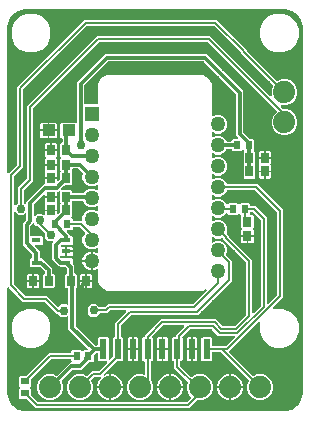
<source format=gbr>
G04 EAGLE Gerber RS-274X export*
G75*
%MOMM*%
%FSLAX34Y34*%
%LPD*%
%INTop Copper*%
%IPPOS*%
%AMOC8*
5,1,8,0,0,1.08239X$1,22.5*%
G01*
G04 Define Apertures*
%ADD10R,1.100000X1.000000*%
%ADD11R,0.700000X0.900000*%
%ADD12C,1.879600*%
%ADD13R,0.600000X0.700000*%
%ADD14R,1.270000X1.270000*%
%ADD15C,1.270000*%
%ADD16R,0.800100X0.457200*%
%ADD17R,0.600000X1.700000*%
%ADD18R,1.000000X2.800000*%
%ADD19R,0.740000X0.925000*%
%ADD20R,0.700000X0.600000*%
%ADD21C,0.304800*%
%ADD22C,0.756400*%
%ADD23C,0.203200*%
%ADD24C,0.200000*%
G36*
X110149Y-194985D02*
X110000Y-195000D01*
X-110000Y-195000D01*
X-110149Y-194985D01*
X-115597Y-193902D01*
X-115872Y-193788D01*
X-120491Y-190701D01*
X-120701Y-190491D01*
X-123788Y-185872D01*
X-123902Y-185597D01*
X-124985Y-180149D01*
X-125000Y-180000D01*
X-125000Y-91027D01*
X-124953Y-90764D01*
X-124794Y-90505D01*
X-124546Y-90330D01*
X-124250Y-90265D01*
X-123952Y-90321D01*
X-123699Y-90488D01*
X-111671Y-102516D01*
X-93902Y-102516D01*
X-93616Y-102572D01*
X-93363Y-102739D01*
X-83562Y-112540D01*
X-82407Y-112540D01*
X-82121Y-112596D01*
X-81869Y-112763D01*
X-79326Y-115306D01*
X-74930Y-115306D01*
X-74647Y-115023D01*
X-74427Y-114870D01*
X-74132Y-114800D01*
X-73833Y-114851D01*
X-73578Y-115014D01*
X-73406Y-115264D01*
X-73346Y-115561D01*
X-73346Y-125681D01*
X-56852Y-142175D01*
X-56699Y-142395D01*
X-56629Y-142690D01*
X-56680Y-142989D01*
X-56843Y-143244D01*
X-57093Y-143416D01*
X-57391Y-143476D01*
X-60005Y-143476D01*
X-60835Y-144306D01*
X-61066Y-144464D01*
X-61362Y-144529D01*
X-61660Y-144473D01*
X-61913Y-144306D01*
X-62743Y-143476D01*
X-70005Y-143476D01*
X-70898Y-144369D01*
X-70898Y-145214D01*
X-70949Y-145489D01*
X-71113Y-145744D01*
X-71363Y-145916D01*
X-71660Y-145976D01*
X-89545Y-145976D01*
X-108822Y-165253D01*
X-109064Y-165416D01*
X-109361Y-165476D01*
X-114131Y-165476D01*
X-115024Y-166369D01*
X-115024Y-173631D01*
X-114194Y-174461D01*
X-114036Y-174692D01*
X-113971Y-174988D01*
X-114027Y-175286D01*
X-114194Y-175539D01*
X-115024Y-176369D01*
X-115024Y-183631D01*
X-114131Y-184524D01*
X-109103Y-184524D01*
X-108817Y-184580D01*
X-108564Y-184747D01*
X-100625Y-192687D01*
X-57215Y-192687D01*
X-57152Y-192674D01*
X28832Y-192674D01*
X35360Y-186145D01*
X35602Y-185982D01*
X35899Y-185922D01*
X40273Y-185922D01*
X44287Y-184259D01*
X47359Y-181187D01*
X49022Y-177173D01*
X49022Y-172827D01*
X47359Y-168813D01*
X44287Y-165741D01*
X40273Y-164078D01*
X35927Y-164078D01*
X31913Y-165741D01*
X31701Y-165953D01*
X31470Y-166111D01*
X31174Y-166177D01*
X30876Y-166121D01*
X30623Y-165953D01*
X21497Y-156828D01*
X21334Y-156586D01*
X21274Y-156289D01*
X21274Y-153442D01*
X21325Y-153167D01*
X21489Y-152912D01*
X21739Y-152740D01*
X22036Y-152680D01*
X22381Y-152680D01*
X23274Y-151787D01*
X23274Y-133525D01*
X23149Y-133400D01*
X22991Y-133170D01*
X22926Y-132873D01*
X22982Y-132575D01*
X23149Y-132322D01*
X29325Y-126147D01*
X29566Y-125984D01*
X29863Y-125924D01*
X47580Y-125924D01*
X47866Y-125980D01*
X48118Y-126147D01*
X53699Y-131728D01*
X66806Y-131728D01*
X67069Y-131775D01*
X67327Y-131934D01*
X67503Y-132182D01*
X67568Y-132478D01*
X67512Y-132776D01*
X67345Y-133029D01*
X60465Y-139909D01*
X60223Y-140072D01*
X59926Y-140132D01*
X49036Y-140132D01*
X48761Y-140081D01*
X48506Y-139917D01*
X48334Y-139667D01*
X48274Y-139370D01*
X48274Y-133525D01*
X47381Y-132632D01*
X40119Y-132632D01*
X39226Y-133525D01*
X39226Y-151787D01*
X40119Y-152680D01*
X47381Y-152680D01*
X48274Y-151787D01*
X48274Y-145942D01*
X48325Y-145667D01*
X48489Y-145412D01*
X48739Y-145240D01*
X49036Y-145180D01*
X55195Y-145180D01*
X55481Y-145236D01*
X55734Y-145403D01*
X79135Y-168805D01*
X79296Y-169041D01*
X79358Y-169337D01*
X79300Y-169635D01*
X77978Y-172827D01*
X77978Y-177173D01*
X79641Y-181187D01*
X82713Y-184259D01*
X86727Y-185922D01*
X91073Y-185922D01*
X95087Y-184259D01*
X98159Y-181187D01*
X99822Y-177173D01*
X99822Y-172827D01*
X98159Y-168813D01*
X95087Y-165741D01*
X91073Y-164078D01*
X86727Y-164078D01*
X83535Y-165400D01*
X83256Y-165458D01*
X82957Y-165403D01*
X82705Y-165235D01*
X63030Y-145560D01*
X62872Y-145330D01*
X62807Y-145034D01*
X62862Y-144736D01*
X63030Y-144483D01*
X87704Y-119808D01*
X87918Y-119658D01*
X88213Y-119586D01*
X88512Y-119634D01*
X88769Y-119796D01*
X88942Y-120044D01*
X89005Y-120341D01*
X88947Y-120639D01*
X88500Y-121718D01*
X88500Y-128282D01*
X91012Y-134347D01*
X95654Y-138988D01*
X101718Y-141500D01*
X108282Y-141500D01*
X114347Y-138988D01*
X118988Y-134347D01*
X121500Y-128282D01*
X121500Y-121718D01*
X118988Y-115654D01*
X114347Y-111012D01*
X108282Y-108500D01*
X101718Y-108500D01*
X100639Y-108947D01*
X100383Y-109004D01*
X100084Y-108958D01*
X99826Y-108799D01*
X99650Y-108551D01*
X99585Y-108255D01*
X99641Y-107957D01*
X99808Y-107704D01*
X108592Y-98920D01*
X108592Y-24848D01*
X86868Y-3124D01*
X61326Y-3124D01*
X61046Y-3071D01*
X60792Y-2905D01*
X60622Y-2654D01*
X60015Y-1188D01*
X57800Y1027D01*
X54906Y2226D01*
X51774Y2226D01*
X48980Y1069D01*
X48712Y1011D01*
X48413Y1062D01*
X48158Y1225D01*
X47986Y1475D01*
X47926Y1773D01*
X47926Y4731D01*
X47975Y5000D01*
X48136Y5257D01*
X48385Y5431D01*
X48682Y5493D01*
X48980Y5435D01*
X51774Y4278D01*
X54906Y4278D01*
X57800Y5477D01*
X60015Y7692D01*
X61214Y10586D01*
X61214Y13718D01*
X60015Y16612D01*
X57800Y18827D01*
X54906Y20026D01*
X51774Y20026D01*
X48980Y18869D01*
X48712Y18811D01*
X48413Y18862D01*
X48158Y19025D01*
X47986Y19275D01*
X47926Y19573D01*
X47926Y22531D01*
X47975Y22800D01*
X48136Y23057D01*
X48385Y23231D01*
X48682Y23293D01*
X48980Y23235D01*
X51774Y22078D01*
X54906Y22078D01*
X57800Y23277D01*
X60015Y25492D01*
X60405Y26434D01*
X60562Y26672D01*
X60812Y26844D01*
X61109Y26904D01*
X64184Y26904D01*
X64459Y26853D01*
X64714Y26689D01*
X64886Y26439D01*
X64927Y26233D01*
X65839Y25322D01*
X73101Y25322D01*
X73931Y26152D01*
X74162Y26310D01*
X74458Y26375D01*
X74756Y26319D01*
X75009Y26152D01*
X75276Y25885D01*
X75434Y25654D01*
X75499Y25358D01*
X75443Y25060D01*
X75276Y24807D01*
X74922Y24453D01*
X74922Y14191D01*
X75035Y14078D01*
X75193Y13847D01*
X75258Y13551D01*
X75202Y13253D01*
X75035Y13000D01*
X74946Y12911D01*
X74946Y2649D01*
X75839Y1756D01*
X84101Y1756D01*
X84994Y2649D01*
X84994Y12911D01*
X84881Y13024D01*
X84723Y13255D01*
X84658Y13551D01*
X84714Y13849D01*
X84881Y14102D01*
X84970Y14191D01*
X84970Y24453D01*
X84140Y25283D01*
X83982Y25514D01*
X83917Y25810D01*
X83973Y26108D01*
X83994Y26140D01*
X83994Y34477D01*
X83101Y35370D01*
X80625Y35370D01*
X80339Y35426D01*
X80086Y35593D01*
X75027Y40652D01*
X74864Y40894D01*
X74804Y41191D01*
X74804Y75874D01*
X43630Y107048D01*
X-42263Y107048D01*
X-66040Y83271D01*
X-66040Y49846D01*
X-66091Y49571D01*
X-66255Y49316D01*
X-66505Y49144D01*
X-66802Y49084D01*
X-79261Y49084D01*
X-80154Y48191D01*
X-80154Y36929D01*
X-79261Y36036D01*
X-78940Y36036D01*
X-78665Y35985D01*
X-78410Y35821D01*
X-78238Y35571D01*
X-78178Y35274D01*
X-78178Y32836D01*
X-78229Y32561D01*
X-78393Y32306D01*
X-78643Y32134D01*
X-78940Y32074D01*
X-79261Y32074D01*
X-80154Y31181D01*
X-80154Y20919D01*
X-79474Y20239D01*
X-79316Y20008D01*
X-79251Y19712D01*
X-79307Y19414D01*
X-79474Y19161D01*
X-80154Y18481D01*
X-80154Y8219D01*
X-80109Y8174D01*
X-79951Y7943D01*
X-79886Y7647D01*
X-79942Y7349D01*
X-80109Y7096D01*
X-80154Y7051D01*
X-80154Y1522D01*
X-80210Y1236D01*
X-80377Y983D01*
X-81829Y-469D01*
X-82049Y-622D01*
X-82344Y-691D01*
X-82643Y-641D01*
X-82898Y-477D01*
X-83070Y-227D01*
X-83130Y70D01*
X-83130Y1158D01*
X-93130Y1158D01*
X-93130Y-2422D01*
X-93181Y-2697D01*
X-93345Y-2952D01*
X-93595Y-3124D01*
X-93892Y-3184D01*
X-94155Y-3184D01*
X-108878Y-17907D01*
X-108878Y-19097D01*
X-108925Y-19360D01*
X-109084Y-19618D01*
X-109332Y-19794D01*
X-109628Y-19859D01*
X-109926Y-19803D01*
X-110179Y-19636D01*
X-110540Y-19275D01*
X-110703Y-19033D01*
X-110763Y-18736D01*
X-110763Y-8330D01*
X-110707Y-8044D01*
X-110540Y-7791D01*
X-103630Y-881D01*
X-103630Y60632D01*
X-103574Y60918D01*
X-103407Y61171D01*
X-47511Y117067D01*
X-47269Y117230D01*
X-46972Y117290D01*
X44488Y117290D01*
X44774Y117234D01*
X45026Y117067D01*
X102902Y59192D01*
X103060Y58961D01*
X103125Y58665D01*
X103069Y58367D01*
X102902Y58114D01*
X100343Y55555D01*
X98680Y51541D01*
X98680Y47195D01*
X100343Y43181D01*
X103415Y40109D01*
X107429Y38446D01*
X111775Y38446D01*
X115789Y40109D01*
X118861Y43181D01*
X120524Y47195D01*
X120524Y51541D01*
X118861Y55555D01*
X115789Y58627D01*
X111775Y60290D01*
X109303Y60290D01*
X109017Y60346D01*
X108764Y60513D01*
X106727Y62550D01*
X106577Y62764D01*
X106505Y63058D01*
X106553Y63358D01*
X106715Y63614D01*
X106963Y63788D01*
X107260Y63851D01*
X107285Y63846D01*
X111775Y63846D01*
X115789Y65509D01*
X118861Y68581D01*
X120524Y72595D01*
X120524Y76941D01*
X118861Y80955D01*
X115789Y84027D01*
X111775Y85690D01*
X107429Y85690D01*
X104253Y84374D01*
X103974Y84316D01*
X103675Y84372D01*
X103423Y84539D01*
X78265Y109697D01*
X78103Y109938D01*
X78042Y110235D01*
X78042Y110553D01*
X52226Y136370D01*
X-59881Y136370D01*
X-116928Y79323D01*
X-116928Y13639D01*
X-116984Y13353D01*
X-117151Y13100D01*
X-123699Y6552D01*
X-123919Y6399D01*
X-124214Y6329D01*
X-124513Y6380D01*
X-124768Y6544D01*
X-124940Y6794D01*
X-125000Y7091D01*
X-125000Y130000D01*
X-124985Y130149D01*
X-123902Y135597D01*
X-123788Y135872D01*
X-120701Y140491D01*
X-120491Y140701D01*
X-115872Y143788D01*
X-115597Y143902D01*
X-110149Y144985D01*
X-110000Y145000D01*
X110000Y145000D01*
X110149Y144985D01*
X115597Y143902D01*
X115872Y143788D01*
X120491Y140701D01*
X120701Y140491D01*
X123788Y135872D01*
X123902Y135597D01*
X124985Y130149D01*
X125000Y130000D01*
X125000Y-180000D01*
X124985Y-180149D01*
X123902Y-185597D01*
X123788Y-185872D01*
X120701Y-190491D01*
X120491Y-190701D01*
X115872Y-193788D01*
X115597Y-193902D01*
X110149Y-194985D01*
G37*
%LPC*%
G36*
X101718Y108500D02*
X108282Y108500D01*
X114347Y111012D01*
X118988Y115654D01*
X121500Y121718D01*
X121500Y128282D01*
X118988Y134347D01*
X114347Y138988D01*
X108282Y141500D01*
X101718Y141500D01*
X95654Y138988D01*
X91012Y134347D01*
X88500Y128282D01*
X88500Y121718D01*
X91012Y115654D01*
X95654Y111012D01*
X101718Y108500D01*
G37*
G36*
X-108282Y108500D02*
X-101718Y108500D01*
X-95654Y111012D01*
X-91012Y115654D01*
X-88500Y121718D01*
X-88500Y128282D01*
X-91012Y134347D01*
X-95654Y138988D01*
X-101718Y141500D01*
X-108282Y141500D01*
X-114347Y138988D01*
X-118988Y134347D01*
X-121500Y128282D01*
X-121500Y121718D01*
X-118988Y115654D01*
X-114347Y111012D01*
X-108282Y108500D01*
G37*
G36*
X-89368Y43322D02*
X-83130Y43322D01*
X-83130Y48181D01*
X-84009Y49060D01*
X-89368Y49060D01*
X-89368Y43322D01*
G37*
G36*
X-97130Y43322D02*
X-90892Y43322D01*
X-90892Y49060D01*
X-96251Y49060D01*
X-97130Y48181D01*
X-97130Y43322D01*
G37*
G36*
X-96251Y36060D02*
X-90892Y36060D01*
X-90892Y41798D01*
X-97130Y41798D01*
X-97130Y36939D01*
X-96251Y36060D01*
G37*
G36*
X-89368Y36060D02*
X-84009Y36060D01*
X-83130Y36939D01*
X-83130Y41798D01*
X-89368Y41798D01*
X-89368Y36060D01*
G37*
G36*
X-93130Y26812D02*
X-88892Y26812D01*
X-88892Y32050D01*
X-92251Y32050D01*
X-93130Y31171D01*
X-93130Y26812D01*
G37*
G36*
X-87368Y26812D02*
X-83130Y26812D01*
X-83130Y31171D01*
X-84009Y32050D01*
X-87368Y32050D01*
X-87368Y26812D01*
G37*
G36*
X87946Y20084D02*
X92184Y20084D01*
X92184Y25322D01*
X88825Y25322D01*
X87946Y24443D01*
X87946Y20084D01*
G37*
G36*
X93708Y20084D02*
X97946Y20084D01*
X97946Y24443D01*
X97067Y25322D01*
X93708Y25322D01*
X93708Y20084D01*
G37*
G36*
X-93130Y14112D02*
X-83130Y14112D01*
X-83130Y18471D01*
X-83820Y19161D01*
X-83978Y19392D01*
X-84043Y19688D01*
X-83987Y19986D01*
X-83820Y20239D01*
X-83130Y20929D01*
X-83130Y25288D01*
X-93130Y25288D01*
X-93130Y20929D01*
X-92440Y20239D01*
X-92282Y20008D01*
X-92217Y19712D01*
X-92273Y19414D01*
X-92440Y19161D01*
X-93130Y18471D01*
X-93130Y14112D01*
G37*
G36*
X87970Y8542D02*
X97970Y8542D01*
X97970Y12901D01*
X97847Y13024D01*
X97689Y13255D01*
X97624Y13551D01*
X97680Y13849D01*
X97847Y14102D01*
X97946Y14201D01*
X97946Y18560D01*
X87946Y18560D01*
X87946Y14201D01*
X88069Y14078D01*
X88227Y13847D01*
X88292Y13551D01*
X88236Y13253D01*
X88069Y13000D01*
X87970Y12901D01*
X87970Y8542D01*
G37*
G36*
X-93130Y2682D02*
X-83130Y2682D01*
X-83130Y7041D01*
X-83185Y7096D01*
X-83343Y7327D01*
X-83408Y7623D01*
X-83352Y7921D01*
X-83185Y8174D01*
X-83130Y8229D01*
X-83130Y12588D01*
X-93130Y12588D01*
X-93130Y8229D01*
X-93075Y8174D01*
X-92917Y7943D01*
X-92852Y7647D01*
X-92908Y7349D01*
X-93075Y7096D01*
X-93130Y7041D01*
X-93130Y2682D01*
G37*
G36*
X88849Y1780D02*
X92208Y1780D01*
X92208Y7018D01*
X87970Y7018D01*
X87970Y2659D01*
X88849Y1780D01*
G37*
G36*
X93732Y1780D02*
X97091Y1780D01*
X97970Y2659D01*
X97970Y7018D01*
X93732Y7018D01*
X93732Y1780D01*
G37*
G36*
X-108282Y-141500D02*
X-101718Y-141500D01*
X-95654Y-138988D01*
X-91012Y-134347D01*
X-88500Y-128282D01*
X-88500Y-121718D01*
X-91012Y-115654D01*
X-95654Y-111012D01*
X-101718Y-108500D01*
X-108282Y-108500D01*
X-114347Y-111012D01*
X-118988Y-115654D01*
X-121500Y-121718D01*
X-121500Y-128282D01*
X-118988Y-134347D01*
X-114347Y-138988D01*
X-108282Y-141500D01*
G37*
G36*
X32012Y-141894D02*
X35750Y-141894D01*
X35750Y-133535D01*
X34871Y-132656D01*
X32012Y-132656D01*
X32012Y-141894D01*
G37*
G36*
X26750Y-141894D02*
X30488Y-141894D01*
X30488Y-132656D01*
X27629Y-132656D01*
X26750Y-133535D01*
X26750Y-141894D01*
G37*
G36*
X27629Y-152656D02*
X30488Y-152656D01*
X30488Y-143418D01*
X26750Y-143418D01*
X26750Y-151777D01*
X27629Y-152656D01*
G37*
G36*
X32012Y-152656D02*
X34871Y-152656D01*
X35750Y-151777D01*
X35750Y-143418D01*
X32012Y-143418D01*
X32012Y-152656D01*
G37*
G36*
X52602Y-174238D02*
X62738Y-174238D01*
X62738Y-164102D01*
X61332Y-164102D01*
X57327Y-165761D01*
X54261Y-168827D01*
X52602Y-172832D01*
X52602Y-174238D01*
G37*
G36*
X64262Y-174238D02*
X74398Y-174238D01*
X74398Y-172832D01*
X72739Y-168827D01*
X69673Y-165761D01*
X65668Y-164102D01*
X64262Y-164102D01*
X64262Y-174238D01*
G37*
G36*
X64262Y-185898D02*
X65668Y-185898D01*
X69673Y-184239D01*
X72739Y-181173D01*
X74398Y-177168D01*
X74398Y-175762D01*
X64262Y-175762D01*
X64262Y-185898D01*
G37*
G36*
X61332Y-185898D02*
X62738Y-185898D01*
X62738Y-175762D01*
X52602Y-175762D01*
X52602Y-177168D01*
X54261Y-181173D01*
X57327Y-184239D01*
X61332Y-185898D01*
G37*
%LPD*%
G36*
X-118209Y-20774D02*
X-118504Y-20844D01*
X-118803Y-20793D01*
X-119058Y-20630D01*
X-119230Y-20380D01*
X-119290Y-20082D01*
X-119290Y3461D01*
X-119234Y3747D01*
X-119067Y4000D01*
X-111848Y11219D01*
X-111848Y76903D01*
X-111792Y77189D01*
X-111625Y77442D01*
X-58000Y131067D01*
X-57759Y131230D01*
X-57461Y131290D01*
X49806Y131290D01*
X50092Y131234D01*
X50345Y131067D01*
X72739Y108672D01*
X72902Y108431D01*
X72962Y108134D01*
X72962Y107816D01*
X99831Y80947D01*
X99991Y80711D01*
X100054Y80415D01*
X99996Y80117D01*
X98680Y76941D01*
X98680Y72486D01*
X98684Y72469D01*
X98638Y72169D01*
X98479Y71911D01*
X98231Y71735D01*
X97935Y71670D01*
X97637Y71726D01*
X97384Y71893D01*
X46907Y122370D01*
X-49392Y122370D01*
X-51103Y120659D01*
X-108710Y63052D01*
X-108710Y1539D01*
X-108766Y1253D01*
X-108933Y1000D01*
X-115843Y-5910D01*
X-115843Y-18160D01*
X-115899Y-18445D01*
X-116066Y-18698D01*
X-117989Y-20621D01*
X-118209Y-20774D01*
G37*
G36*
X64481Y33060D02*
X64184Y33000D01*
X61109Y33000D01*
X60829Y33053D01*
X60575Y33219D01*
X60405Y33470D01*
X60015Y34412D01*
X57800Y36627D01*
X54906Y37826D01*
X51774Y37826D01*
X48980Y36669D01*
X48712Y36611D01*
X48413Y36662D01*
X48158Y36825D01*
X47986Y37075D01*
X47926Y37373D01*
X47926Y40331D01*
X47975Y40600D01*
X48136Y40857D01*
X48385Y41031D01*
X48682Y41093D01*
X48980Y41035D01*
X51774Y39878D01*
X54906Y39878D01*
X57800Y41077D01*
X60015Y43292D01*
X61214Y46186D01*
X61214Y49318D01*
X60015Y52212D01*
X57800Y54427D01*
X54906Y55626D01*
X51774Y55626D01*
X48980Y54469D01*
X48712Y54411D01*
X48413Y54462D01*
X48158Y54625D01*
X47986Y54875D01*
X47926Y55173D01*
X47926Y82203D01*
X45225Y86881D01*
X40547Y89582D01*
X-40801Y89582D01*
X-45479Y86881D01*
X-48180Y82203D01*
X-48180Y65278D01*
X-48231Y65003D01*
X-48395Y64748D01*
X-48645Y64576D01*
X-48942Y64516D01*
X-59182Y64516D01*
X-59457Y64567D01*
X-59712Y64731D01*
X-59884Y64981D01*
X-59944Y65278D01*
X-59944Y80430D01*
X-59888Y80716D01*
X-59721Y80969D01*
X-39961Y100729D01*
X-39719Y100892D01*
X-39422Y100952D01*
X40789Y100952D01*
X41075Y100896D01*
X41328Y100729D01*
X68485Y73572D01*
X68648Y73330D01*
X68708Y73033D01*
X68708Y38350D01*
X70387Y36671D01*
X70540Y36451D01*
X70610Y36156D01*
X70559Y35857D01*
X70396Y35602D01*
X70146Y35430D01*
X69849Y35370D01*
X65839Y35370D01*
X64946Y34477D01*
X64946Y33762D01*
X64895Y33487D01*
X64731Y33232D01*
X64481Y33060D01*
G37*
G36*
X-60744Y-10672D02*
X-61041Y-10732D01*
X-69344Y-10732D01*
X-69619Y-10681D01*
X-69874Y-10517D01*
X-70046Y-10267D01*
X-70106Y-9970D01*
X-70106Y-8649D01*
X-70999Y-7756D01*
X-78656Y-7756D01*
X-78919Y-7709D01*
X-79177Y-7550D01*
X-79353Y-7302D01*
X-79418Y-7006D01*
X-79362Y-6708D01*
X-79195Y-6455D01*
X-77067Y-4327D01*
X-76825Y-4164D01*
X-76528Y-4104D01*
X-70999Y-4104D01*
X-70106Y-3211D01*
X-70106Y7051D01*
X-70151Y7096D01*
X-70309Y7327D01*
X-70374Y7623D01*
X-70318Y7921D01*
X-70151Y8174D01*
X-70106Y8219D01*
X-70106Y9540D01*
X-70055Y9815D01*
X-69891Y10070D01*
X-69641Y10242D01*
X-69344Y10302D01*
X-65280Y10302D01*
X-64994Y10246D01*
X-64741Y10079D01*
X-61243Y6581D01*
X-61083Y6345D01*
X-61020Y6048D01*
X-61078Y5750D01*
X-61468Y4808D01*
X-61468Y1676D01*
X-60269Y-1218D01*
X-58054Y-3433D01*
X-55160Y-4632D01*
X-52028Y-4632D01*
X-49234Y-3475D01*
X-48966Y-3417D01*
X-48667Y-3468D01*
X-48412Y-3631D01*
X-48240Y-3881D01*
X-48180Y-4179D01*
X-48180Y-7137D01*
X-48229Y-7406D01*
X-48390Y-7663D01*
X-48639Y-7837D01*
X-48936Y-7899D01*
X-49234Y-7841D01*
X-52028Y-6684D01*
X-55160Y-6684D01*
X-58054Y-7883D01*
X-60269Y-10098D01*
X-60337Y-10262D01*
X-60494Y-10500D01*
X-60744Y-10672D01*
G37*
G36*
X95814Y-104493D02*
X95519Y-104563D01*
X95220Y-104512D01*
X94965Y-104349D01*
X94793Y-104098D01*
X94733Y-103801D01*
X94733Y-31163D01*
X85223Y-21653D01*
X81307Y-21653D01*
X81033Y-21602D01*
X80777Y-21439D01*
X80606Y-21188D01*
X80545Y-20891D01*
X80545Y-20046D01*
X79653Y-19153D01*
X72390Y-19153D01*
X71560Y-19983D01*
X71330Y-20141D01*
X71033Y-20206D01*
X70735Y-20151D01*
X70483Y-19983D01*
X69653Y-19153D01*
X62390Y-19153D01*
X61566Y-19978D01*
X61341Y-20133D01*
X61045Y-20201D01*
X60747Y-20147D01*
X60492Y-19982D01*
X60323Y-19730D01*
X60015Y-18988D01*
X57800Y-16773D01*
X54906Y-15574D01*
X51774Y-15574D01*
X48980Y-16731D01*
X48712Y-16789D01*
X48413Y-16738D01*
X48158Y-16575D01*
X47986Y-16325D01*
X47926Y-16027D01*
X47926Y-13069D01*
X47975Y-12800D01*
X48136Y-12543D01*
X48385Y-12369D01*
X48682Y-12307D01*
X48980Y-12365D01*
X51774Y-13522D01*
X54906Y-13522D01*
X57800Y-12323D01*
X60015Y-10108D01*
X60622Y-8642D01*
X60779Y-8404D01*
X61029Y-8232D01*
X61326Y-8172D01*
X84462Y-8172D01*
X84748Y-8228D01*
X85001Y-8395D01*
X103321Y-26715D01*
X103484Y-26957D01*
X103544Y-27254D01*
X103544Y-96514D01*
X103488Y-96800D01*
X103321Y-97053D01*
X96034Y-104340D01*
X95814Y-104493D01*
G37*
G36*
X-101701Y-30130D02*
X-101996Y-30200D01*
X-102295Y-30149D01*
X-102550Y-29986D01*
X-102722Y-29736D01*
X-102782Y-29439D01*
X-102782Y-20748D01*
X-102726Y-20462D01*
X-102559Y-20209D01*
X-94431Y-12081D01*
X-94211Y-11928D01*
X-93916Y-11858D01*
X-93617Y-11909D01*
X-93362Y-12072D01*
X-93190Y-12322D01*
X-93130Y-12620D01*
X-93130Y-13018D01*
X-83130Y-13018D01*
X-83130Y-10042D01*
X-83079Y-9767D01*
X-82915Y-9512D01*
X-82665Y-9340D01*
X-82368Y-9280D01*
X-82019Y-9280D01*
X-81455Y-8715D01*
X-81235Y-8562D01*
X-80940Y-8493D01*
X-80641Y-8543D01*
X-80386Y-8707D01*
X-80214Y-8957D01*
X-80154Y-9254D01*
X-80154Y-18911D01*
X-80109Y-18956D01*
X-79951Y-19187D01*
X-79886Y-19483D01*
X-79942Y-19781D01*
X-80109Y-20034D01*
X-80154Y-20079D01*
X-80154Y-26270D01*
X-80210Y-26556D01*
X-80377Y-26809D01*
X-81829Y-28261D01*
X-82049Y-28414D01*
X-82344Y-28483D01*
X-82643Y-28433D01*
X-82898Y-28269D01*
X-83070Y-28019D01*
X-83130Y-27722D01*
X-83130Y-25972D01*
X-93130Y-25972D01*
X-93130Y-28588D01*
X-93177Y-28851D01*
X-93336Y-29109D01*
X-93584Y-29285D01*
X-93880Y-29350D01*
X-94178Y-29294D01*
X-94431Y-29127D01*
X-95333Y-28225D01*
X-99729Y-28225D01*
X-101481Y-29977D01*
X-101701Y-30130D01*
G37*
%LPC*%
G36*
X-93130Y-24448D02*
X-83130Y-24448D01*
X-83130Y-20089D01*
X-83185Y-20034D01*
X-83343Y-19803D01*
X-83408Y-19507D01*
X-83352Y-19209D01*
X-83185Y-18956D01*
X-83130Y-18901D01*
X-83130Y-14542D01*
X-93130Y-14542D01*
X-93130Y-18901D01*
X-93075Y-18956D01*
X-92917Y-19187D01*
X-92852Y-19483D01*
X-92908Y-19781D01*
X-93075Y-20034D01*
X-93130Y-20089D01*
X-93130Y-24448D01*
G37*
%LPD*%
G36*
X-61933Y-34428D02*
X-62230Y-34488D01*
X-69000Y-34488D01*
X-69275Y-34437D01*
X-69530Y-34273D01*
X-69702Y-34023D01*
X-69762Y-33726D01*
X-69762Y-32897D01*
X-70673Y-31986D01*
X-70831Y-31755D01*
X-70896Y-31459D01*
X-70840Y-31161D01*
X-70673Y-30908D01*
X-70106Y-30341D01*
X-70106Y-20079D01*
X-70151Y-20034D01*
X-70309Y-19803D01*
X-70374Y-19507D01*
X-70318Y-19209D01*
X-70151Y-18956D01*
X-70106Y-18911D01*
X-70106Y-17590D01*
X-70055Y-17315D01*
X-69891Y-17060D01*
X-69641Y-16888D01*
X-69344Y-16828D01*
X-61686Y-16828D01*
X-61405Y-16881D01*
X-61151Y-17047D01*
X-60982Y-17298D01*
X-60269Y-19018D01*
X-58054Y-21233D01*
X-55160Y-22432D01*
X-52028Y-22432D01*
X-49234Y-21275D01*
X-48966Y-21217D01*
X-48667Y-21268D01*
X-48412Y-21431D01*
X-48240Y-21681D01*
X-48180Y-21979D01*
X-48180Y-24937D01*
X-48229Y-25206D01*
X-48390Y-25463D01*
X-48639Y-25637D01*
X-48936Y-25699D01*
X-49234Y-25641D01*
X-52028Y-24484D01*
X-55160Y-24484D01*
X-58054Y-25683D01*
X-60269Y-27898D01*
X-61468Y-30792D01*
X-61468Y-33726D01*
X-61519Y-34001D01*
X-61683Y-34256D01*
X-61933Y-34428D01*
G37*
G36*
X-81467Y-106762D02*
X-81763Y-106827D01*
X-82061Y-106772D01*
X-82314Y-106604D01*
X-89771Y-99147D01*
X-91482Y-97436D01*
X-109251Y-97436D01*
X-109537Y-97380D01*
X-109790Y-97213D01*
X-119067Y-87936D01*
X-119230Y-87695D01*
X-119290Y-87397D01*
X-119290Y-27372D01*
X-119243Y-27108D01*
X-119084Y-26850D01*
X-118836Y-26675D01*
X-118540Y-26610D01*
X-118242Y-26665D01*
X-117989Y-26833D01*
X-115789Y-29033D01*
X-111393Y-29033D01*
X-110179Y-27819D01*
X-109959Y-27666D01*
X-109664Y-27596D01*
X-109365Y-27647D01*
X-109110Y-27810D01*
X-108938Y-28060D01*
X-108878Y-28357D01*
X-108878Y-32911D01*
X-108934Y-33197D01*
X-109101Y-33450D01*
X-111792Y-36141D01*
X-111792Y-54157D01*
X-103967Y-61982D01*
X-103804Y-62223D01*
X-103744Y-62521D01*
X-103744Y-64774D01*
X-103795Y-65048D01*
X-103958Y-65304D01*
X-104208Y-65475D01*
X-104506Y-65536D01*
X-105327Y-65536D01*
X-106220Y-66428D01*
X-106220Y-72263D01*
X-105327Y-73156D01*
X-97403Y-73156D01*
X-97117Y-73211D01*
X-96864Y-73379D01*
X-93385Y-76857D01*
X-93222Y-77099D01*
X-93162Y-77396D01*
X-93162Y-78032D01*
X-93213Y-78307D01*
X-93377Y-78562D01*
X-93627Y-78734D01*
X-93924Y-78794D01*
X-94245Y-78794D01*
X-95138Y-79687D01*
X-95138Y-89949D01*
X-94245Y-90842D01*
X-85983Y-90842D01*
X-85090Y-89949D01*
X-85090Y-79687D01*
X-85983Y-78794D01*
X-86304Y-78794D01*
X-86579Y-78743D01*
X-86834Y-78579D01*
X-87006Y-78329D01*
X-87066Y-78032D01*
X-87066Y-74555D01*
X-94948Y-66674D01*
X-94994Y-66605D01*
X-96064Y-65536D01*
X-96886Y-65536D01*
X-97160Y-65484D01*
X-97416Y-65321D01*
X-97587Y-65071D01*
X-97648Y-64774D01*
X-97648Y-59680D01*
X-101871Y-55456D01*
X-102024Y-55237D01*
X-102094Y-54942D01*
X-102043Y-54643D01*
X-101880Y-54387D01*
X-101630Y-54216D01*
X-101332Y-54156D01*
X-96064Y-54156D01*
X-95171Y-53263D01*
X-95171Y-47428D01*
X-96064Y-46536D01*
X-104934Y-46536D01*
X-105209Y-46484D01*
X-105464Y-46321D01*
X-105636Y-46071D01*
X-105696Y-45774D01*
X-105696Y-38981D01*
X-105640Y-38695D01*
X-105473Y-38442D01*
X-103337Y-36306D01*
X-103106Y-36148D01*
X-102810Y-36083D01*
X-102512Y-36139D01*
X-102259Y-36306D01*
X-99729Y-38837D01*
X-99071Y-38837D01*
X-98785Y-38892D01*
X-98532Y-39060D01*
X-93529Y-44063D01*
X-93366Y-44305D01*
X-93306Y-44602D01*
X-93306Y-48198D01*
X-90198Y-51306D01*
X-86856Y-51306D01*
X-86593Y-51353D01*
X-86335Y-51512D01*
X-86159Y-51760D01*
X-86094Y-52056D01*
X-86150Y-52354D01*
X-86317Y-52607D01*
X-86868Y-53157D01*
X-86868Y-67113D01*
X-81587Y-72394D01*
X-80879Y-72394D01*
X-80593Y-72449D01*
X-80340Y-72617D01*
X-79801Y-73156D01*
X-75986Y-73156D01*
X-75700Y-73211D01*
X-75447Y-73379D01*
X-74541Y-74284D01*
X-74378Y-74526D01*
X-74318Y-74823D01*
X-74318Y-78132D01*
X-74369Y-78407D01*
X-74533Y-78662D01*
X-74783Y-78834D01*
X-75080Y-78894D01*
X-75401Y-78894D01*
X-76294Y-79787D01*
X-76294Y-90049D01*
X-75401Y-90942D01*
X-74108Y-90942D01*
X-73833Y-90993D01*
X-73578Y-91157D01*
X-73406Y-91407D01*
X-73346Y-91704D01*
X-73346Y-104439D01*
X-73393Y-104702D01*
X-73552Y-104960D01*
X-73800Y-105135D01*
X-74096Y-105200D01*
X-74394Y-105145D01*
X-74647Y-104977D01*
X-74930Y-104694D01*
X-79326Y-104694D01*
X-81236Y-106604D01*
X-81467Y-106762D01*
G37*
%LPC*%
G36*
X-108114Y-84056D02*
X-103876Y-84056D01*
X-103876Y-78818D01*
X-107235Y-78818D01*
X-108114Y-79697D01*
X-108114Y-84056D01*
G37*
G36*
X-102352Y-84056D02*
X-98114Y-84056D01*
X-98114Y-79697D01*
X-98993Y-78818D01*
X-102352Y-78818D01*
X-102352Y-84056D01*
G37*
G36*
X-102352Y-90818D02*
X-98993Y-90818D01*
X-98114Y-89939D01*
X-98114Y-85580D01*
X-102352Y-85580D01*
X-102352Y-90818D01*
G37*
G36*
X-107235Y-90818D02*
X-103876Y-90818D01*
X-103876Y-85580D01*
X-108114Y-85580D01*
X-108114Y-89939D01*
X-107235Y-90818D01*
G37*
%LPD*%
G36*
X83202Y-112121D02*
X82907Y-112191D01*
X82608Y-112140D01*
X82353Y-111977D01*
X82181Y-111727D01*
X82121Y-111429D01*
X82121Y-66926D01*
X62673Y-47478D01*
X62510Y-47237D01*
X62450Y-46939D01*
X62450Y-46789D01*
X60772Y-45111D01*
X60612Y-44875D01*
X60549Y-44578D01*
X60607Y-44280D01*
X61214Y-42814D01*
X61214Y-39682D01*
X60015Y-36788D01*
X57800Y-34573D01*
X54906Y-33374D01*
X51774Y-33374D01*
X48980Y-34531D01*
X48712Y-34589D01*
X48413Y-34538D01*
X48158Y-34375D01*
X47986Y-34125D01*
X47926Y-33827D01*
X47926Y-30869D01*
X47975Y-30600D01*
X48136Y-30343D01*
X48385Y-30169D01*
X48682Y-30107D01*
X48980Y-30165D01*
X51774Y-31322D01*
X54906Y-31322D01*
X57800Y-30123D01*
X60015Y-27908D01*
X60031Y-27870D01*
X60171Y-27649D01*
X60416Y-27469D01*
X60711Y-27399D01*
X61010Y-27450D01*
X61265Y-27614D01*
X61437Y-27864D01*
X61497Y-28161D01*
X61497Y-28308D01*
X62390Y-29201D01*
X69653Y-29201D01*
X70483Y-28371D01*
X70713Y-28213D01*
X71009Y-28148D01*
X71307Y-28204D01*
X71560Y-28371D01*
X72420Y-29231D01*
X72534Y-29252D01*
X72789Y-29416D01*
X72961Y-29666D01*
X73021Y-29963D01*
X73021Y-40256D01*
X73243Y-40478D01*
X73401Y-40709D01*
X73466Y-41005D01*
X73411Y-41303D01*
X73243Y-41556D01*
X73045Y-41754D01*
X73045Y-46238D01*
X83445Y-46238D01*
X83445Y-41754D01*
X83247Y-41556D01*
X83089Y-41325D01*
X83024Y-41029D01*
X83080Y-40731D01*
X83247Y-40478D01*
X83469Y-40256D01*
X83469Y-29744D01*
X82577Y-28851D01*
X81307Y-28851D01*
X81033Y-28800D01*
X80777Y-28636D01*
X80606Y-28386D01*
X80545Y-28089D01*
X80545Y-27463D01*
X80597Y-27189D01*
X80760Y-26933D01*
X81010Y-26762D01*
X81307Y-26701D01*
X82816Y-26701D01*
X83102Y-26757D01*
X83355Y-26924D01*
X89462Y-33031D01*
X89624Y-33273D01*
X89685Y-33570D01*
X89685Y-105389D01*
X89629Y-105675D01*
X89462Y-105928D01*
X83422Y-111968D01*
X83202Y-112121D01*
G37*
%LPC*%
G36*
X73924Y-53125D02*
X77483Y-53125D01*
X77483Y-47762D01*
X73045Y-47762D01*
X73045Y-52246D01*
X73924Y-53125D01*
G37*
G36*
X79007Y-53125D02*
X82567Y-53125D01*
X83445Y-52246D01*
X83445Y-47762D01*
X79007Y-47762D01*
X79007Y-53125D01*
G37*
%LPD*%
G36*
X-38145Y-151509D02*
X-38440Y-151579D01*
X-38739Y-151528D01*
X-38994Y-151364D01*
X-39166Y-151114D01*
X-39226Y-150817D01*
X-39226Y-133525D01*
X-40119Y-132632D01*
X-47381Y-132632D01*
X-48274Y-133525D01*
X-48274Y-138846D01*
X-48325Y-139121D01*
X-48489Y-139376D01*
X-48739Y-139548D01*
X-49036Y-139608D01*
X-50482Y-139608D01*
X-50768Y-139552D01*
X-51021Y-139385D01*
X-67027Y-123379D01*
X-67190Y-123138D01*
X-67250Y-122840D01*
X-67250Y-91369D01*
X-67194Y-91083D01*
X-67027Y-90830D01*
X-66246Y-90049D01*
X-66246Y-79787D01*
X-67139Y-78894D01*
X-67460Y-78894D01*
X-67735Y-78843D01*
X-67990Y-78679D01*
X-68162Y-78429D01*
X-68222Y-78132D01*
X-68222Y-71982D01*
X-69422Y-70783D01*
X-69585Y-70541D01*
X-69645Y-70244D01*
X-69645Y-66428D01*
X-70538Y-65536D01*
X-79508Y-65536D01*
X-79794Y-65480D01*
X-80047Y-65312D01*
X-80427Y-64932D01*
X-80580Y-64713D01*
X-80650Y-64418D01*
X-80599Y-64119D01*
X-80436Y-63863D01*
X-80186Y-63692D01*
X-79888Y-63632D01*
X-75932Y-63632D01*
X-75932Y-56060D01*
X-79309Y-56060D01*
X-79573Y-56013D01*
X-79831Y-55853D01*
X-80006Y-55606D01*
X-80071Y-55310D01*
X-80016Y-55012D01*
X-79848Y-54759D01*
X-79468Y-54379D01*
X-79227Y-54216D01*
X-78929Y-54156D01*
X-70538Y-54156D01*
X-69645Y-53263D01*
X-69645Y-47428D01*
X-70538Y-46536D01*
X-71360Y-46536D01*
X-71634Y-46484D01*
X-71890Y-46321D01*
X-72061Y-46071D01*
X-72122Y-45774D01*
X-72122Y-45692D01*
X-74461Y-43353D01*
X-74614Y-43133D01*
X-74684Y-42838D01*
X-74633Y-42539D01*
X-74470Y-42284D01*
X-74220Y-42112D01*
X-73922Y-42052D01*
X-70655Y-42052D01*
X-69762Y-41159D01*
X-69762Y-40330D01*
X-69711Y-40055D01*
X-69547Y-39800D01*
X-69297Y-39628D01*
X-69000Y-39568D01*
X-64092Y-39568D01*
X-63806Y-39624D01*
X-63553Y-39791D01*
X-59497Y-43847D01*
X-59339Y-44078D01*
X-59274Y-44374D01*
X-59329Y-44672D01*
X-59497Y-44925D01*
X-60269Y-45698D01*
X-61468Y-48592D01*
X-61468Y-51724D01*
X-60269Y-54618D01*
X-58054Y-56833D01*
X-55160Y-58032D01*
X-52028Y-58032D01*
X-49234Y-56875D01*
X-48966Y-56817D01*
X-48667Y-56868D01*
X-48412Y-57031D01*
X-48240Y-57281D01*
X-48180Y-57579D01*
X-48180Y-60563D01*
X-48229Y-60832D01*
X-48390Y-61089D01*
X-48639Y-61263D01*
X-48936Y-61325D01*
X-49234Y-61267D01*
X-52033Y-60108D01*
X-52832Y-60108D01*
X-52832Y-75808D01*
X-52033Y-75808D01*
X-49234Y-74649D01*
X-48966Y-74591D01*
X-48667Y-74642D01*
X-48412Y-74805D01*
X-48240Y-75055D01*
X-48180Y-75353D01*
X-48180Y-85759D01*
X-45479Y-90437D01*
X-40801Y-93138D01*
X40547Y-93138D01*
X42664Y-91916D01*
X43009Y-91815D01*
X43308Y-91861D01*
X43566Y-92020D01*
X43742Y-92267D01*
X43807Y-92564D01*
X43751Y-92862D01*
X43584Y-93114D01*
X32461Y-104237D01*
X32220Y-104400D01*
X31923Y-104460D01*
X-39627Y-104460D01*
X-42265Y-107098D01*
X-42507Y-107261D01*
X-42804Y-107321D01*
X-46665Y-107321D01*
X-46951Y-107266D01*
X-47203Y-107098D01*
X-49746Y-104555D01*
X-54142Y-104555D01*
X-57250Y-107664D01*
X-57250Y-112059D01*
X-54142Y-115167D01*
X-49746Y-115167D01*
X-47203Y-112625D01*
X-46962Y-112462D01*
X-46665Y-112401D01*
X-40384Y-112401D01*
X-37746Y-109763D01*
X-37505Y-109600D01*
X-37207Y-109540D01*
X-24949Y-109540D01*
X-24686Y-109587D01*
X-24428Y-109746D01*
X-24252Y-109994D01*
X-24187Y-110290D01*
X-24243Y-110588D01*
X-24410Y-110841D01*
X-33774Y-120205D01*
X-33774Y-131870D01*
X-33825Y-132145D01*
X-33989Y-132400D01*
X-34239Y-132572D01*
X-34536Y-132632D01*
X-34881Y-132632D01*
X-35774Y-133525D01*
X-35774Y-148889D01*
X-35830Y-149175D01*
X-35997Y-149428D01*
X-37925Y-151356D01*
X-38145Y-151509D01*
G37*
%LPC*%
G36*
X-74408Y-59084D02*
X-69669Y-59084D01*
X-69669Y-56938D01*
X-70548Y-56060D01*
X-74408Y-56060D01*
X-74408Y-59084D01*
G37*
G36*
X-61444Y-67196D02*
X-54356Y-67196D01*
X-54356Y-60108D01*
X-55155Y-60108D01*
X-58041Y-61303D01*
X-60249Y-63511D01*
X-61444Y-66397D01*
X-61444Y-67196D01*
G37*
G36*
X-74408Y-63632D02*
X-70548Y-63632D01*
X-69669Y-62753D01*
X-69669Y-60608D01*
X-74408Y-60608D01*
X-74408Y-63632D01*
G37*
G36*
X-55155Y-75808D02*
X-54356Y-75808D01*
X-54356Y-68720D01*
X-61444Y-68720D01*
X-61444Y-69519D01*
X-60249Y-72405D01*
X-58041Y-74613D01*
X-55155Y-75808D01*
G37*
G36*
X-63270Y-84156D02*
X-59032Y-84156D01*
X-59032Y-78918D01*
X-62391Y-78918D01*
X-63270Y-79797D01*
X-63270Y-84156D01*
G37*
G36*
X-57508Y-84156D02*
X-53270Y-84156D01*
X-53270Y-79797D01*
X-54149Y-78918D01*
X-57508Y-78918D01*
X-57508Y-84156D01*
G37*
G36*
X-57508Y-90918D02*
X-54149Y-90918D01*
X-53270Y-90039D01*
X-53270Y-85680D01*
X-57508Y-85680D01*
X-57508Y-90918D01*
G37*
G36*
X-62391Y-90918D02*
X-59032Y-90918D01*
X-59032Y-85680D01*
X-63270Y-85680D01*
X-63270Y-90039D01*
X-62391Y-90918D01*
G37*
%LPD*%
G36*
X-59825Y-187626D02*
X-59887Y-187639D01*
X-98218Y-187639D01*
X-98504Y-187583D01*
X-98757Y-187415D01*
X-104753Y-181420D01*
X-104916Y-181178D01*
X-104976Y-180881D01*
X-104976Y-176369D01*
X-105806Y-175539D01*
X-105964Y-175308D01*
X-106029Y-175012D01*
X-105973Y-174714D01*
X-105806Y-174461D01*
X-104976Y-173631D01*
X-104976Y-168861D01*
X-104920Y-168575D01*
X-104753Y-168322D01*
X-87678Y-151247D01*
X-87436Y-151084D01*
X-87139Y-151024D01*
X-71660Y-151024D01*
X-71385Y-151075D01*
X-71130Y-151239D01*
X-70958Y-151489D01*
X-70898Y-151786D01*
X-70898Y-152631D01*
X-70830Y-152699D01*
X-70677Y-152919D01*
X-70607Y-153214D01*
X-70658Y-153513D01*
X-70822Y-153768D01*
X-71072Y-153940D01*
X-71369Y-154000D01*
X-72211Y-154000D01*
X-83229Y-165018D01*
X-83465Y-165179D01*
X-83761Y-165241D01*
X-84059Y-165183D01*
X-86727Y-164078D01*
X-91073Y-164078D01*
X-95087Y-165741D01*
X-98159Y-168813D01*
X-99822Y-172827D01*
X-99822Y-177173D01*
X-98159Y-181187D01*
X-95087Y-184259D01*
X-91073Y-185922D01*
X-86727Y-185922D01*
X-82713Y-184259D01*
X-79641Y-181187D01*
X-77978Y-177173D01*
X-77978Y-172827D01*
X-79083Y-170159D01*
X-79141Y-169880D01*
X-79086Y-169581D01*
X-78918Y-169329D01*
X-69909Y-160319D01*
X-69667Y-160156D01*
X-69370Y-160096D01*
X-61849Y-160096D01*
X-55500Y-153747D01*
X-55259Y-153584D01*
X-54961Y-153524D01*
X-52743Y-153524D01*
X-51850Y-152631D01*
X-51850Y-148602D01*
X-51794Y-148316D01*
X-51627Y-148063D01*
X-49575Y-146011D01*
X-49355Y-145858D01*
X-49060Y-145789D01*
X-48761Y-145839D01*
X-48506Y-146003D01*
X-48334Y-146253D01*
X-48274Y-146550D01*
X-48274Y-151787D01*
X-47381Y-152680D01*
X-41089Y-152680D01*
X-40826Y-152727D01*
X-40568Y-152886D01*
X-40392Y-153134D01*
X-40327Y-153430D01*
X-40383Y-153728D01*
X-40550Y-153981D01*
X-47434Y-160865D01*
X-47676Y-161028D01*
X-47973Y-161088D01*
X-53157Y-161088D01*
X-57305Y-165235D01*
X-57541Y-165396D01*
X-57837Y-165458D01*
X-58135Y-165400D01*
X-61327Y-164078D01*
X-65673Y-164078D01*
X-69687Y-165741D01*
X-72759Y-168813D01*
X-74422Y-172827D01*
X-74422Y-177173D01*
X-72759Y-181187D01*
X-69687Y-184259D01*
X-65673Y-185922D01*
X-61327Y-185922D01*
X-57313Y-184259D01*
X-54241Y-181187D01*
X-52578Y-177173D01*
X-52578Y-172827D01*
X-53900Y-169635D01*
X-53958Y-169356D01*
X-53903Y-169057D01*
X-53735Y-168805D01*
X-51290Y-166359D01*
X-51048Y-166196D01*
X-50751Y-166136D01*
X-46488Y-166136D01*
X-46224Y-166183D01*
X-45966Y-166342D01*
X-45791Y-166590D01*
X-45726Y-166886D01*
X-45781Y-167184D01*
X-45949Y-167437D01*
X-47339Y-168827D01*
X-48998Y-172832D01*
X-48998Y-174238D01*
X-38862Y-174238D01*
X-38862Y-164102D01*
X-40268Y-164102D01*
X-42302Y-164945D01*
X-42557Y-165002D01*
X-42857Y-164956D01*
X-43115Y-164796D01*
X-43290Y-164549D01*
X-43355Y-164253D01*
X-43300Y-163955D01*
X-43132Y-163702D01*
X-32334Y-152903D01*
X-32092Y-152740D01*
X-31795Y-152680D01*
X-27619Y-152680D01*
X-26726Y-151787D01*
X-26726Y-133525D01*
X-27619Y-132632D01*
X-27964Y-132632D01*
X-28239Y-132581D01*
X-28494Y-132417D01*
X-28666Y-132167D01*
X-28726Y-131870D01*
X-28726Y-122611D01*
X-28670Y-122325D01*
X-28503Y-122072D01*
X-20288Y-113857D01*
X-20046Y-113694D01*
X-19749Y-113634D01*
X36174Y-113634D01*
X64928Y-84880D01*
X64928Y-67799D01*
X60558Y-63428D01*
X60397Y-63192D01*
X60334Y-62896D01*
X60392Y-62598D01*
X61214Y-60614D01*
X61214Y-57482D01*
X60015Y-54588D01*
X57800Y-52373D01*
X54906Y-51174D01*
X51774Y-51174D01*
X48980Y-52331D01*
X48712Y-52389D01*
X48413Y-52338D01*
X48158Y-52175D01*
X47986Y-51925D01*
X47926Y-51627D01*
X47926Y-48669D01*
X47975Y-48400D01*
X48136Y-48143D01*
X48385Y-47969D01*
X48682Y-47907D01*
X48980Y-47965D01*
X51774Y-49122D01*
X54906Y-49122D01*
X56348Y-48525D01*
X56616Y-48467D01*
X56915Y-48518D01*
X57170Y-48681D01*
X57342Y-48931D01*
X57402Y-49229D01*
X57402Y-49346D01*
X76850Y-68793D01*
X77012Y-69035D01*
X77073Y-69332D01*
X77073Y-113018D01*
X77017Y-113304D01*
X76850Y-113557D01*
X67473Y-122933D01*
X67232Y-123096D01*
X66934Y-123156D01*
X57566Y-123156D01*
X57280Y-123100D01*
X57027Y-122933D01*
X51446Y-117352D01*
X5252Y-117352D01*
X-8774Y-131378D01*
X-8774Y-131870D01*
X-8825Y-132145D01*
X-8989Y-132400D01*
X-9239Y-132572D01*
X-9536Y-132632D01*
X-9881Y-132632D01*
X-10774Y-133525D01*
X-10774Y-151787D01*
X-9881Y-152680D01*
X-9536Y-152680D01*
X-9261Y-152731D01*
X-9006Y-152895D01*
X-8834Y-153145D01*
X-8774Y-153442D01*
X-8774Y-163664D01*
X-8823Y-163933D01*
X-8984Y-164190D01*
X-9233Y-164363D01*
X-9530Y-164426D01*
X-9828Y-164368D01*
X-10527Y-164078D01*
X-14873Y-164078D01*
X-18887Y-165741D01*
X-21959Y-168813D01*
X-23622Y-172827D01*
X-23622Y-177173D01*
X-21959Y-181187D01*
X-18887Y-184259D01*
X-14873Y-185922D01*
X-10527Y-185922D01*
X-6513Y-184259D01*
X-3441Y-181187D01*
X-1778Y-177173D01*
X-1778Y-172827D01*
X-3441Y-168813D01*
X-3503Y-168751D01*
X-3666Y-168510D01*
X-3726Y-168212D01*
X-3726Y-153442D01*
X-3675Y-153167D01*
X-3511Y-152912D01*
X-3261Y-152740D01*
X-2964Y-152680D01*
X-2619Y-152680D01*
X-1726Y-151787D01*
X-1726Y-133525D01*
X-2215Y-133035D01*
X-2373Y-132805D01*
X-2438Y-132509D01*
X-2383Y-132211D01*
X-2215Y-131958D01*
X7119Y-122623D01*
X7361Y-122460D01*
X7658Y-122400D01*
X24093Y-122400D01*
X24357Y-122447D01*
X24615Y-122606D01*
X24790Y-122854D01*
X24855Y-123150D01*
X24800Y-123448D01*
X24632Y-123701D01*
X17476Y-130857D01*
X17476Y-131870D01*
X17425Y-132145D01*
X17261Y-132400D01*
X17011Y-132572D01*
X16714Y-132632D01*
X15119Y-132632D01*
X14226Y-133525D01*
X14226Y-151787D01*
X15119Y-152680D01*
X15464Y-152680D01*
X15739Y-152731D01*
X15994Y-152895D01*
X16166Y-153145D01*
X16226Y-153442D01*
X16226Y-158695D01*
X27749Y-170219D01*
X27910Y-170455D01*
X27973Y-170752D01*
X27915Y-171049D01*
X27178Y-172827D01*
X27178Y-177173D01*
X28841Y-181187D01*
X30472Y-182818D01*
X30630Y-183048D01*
X30695Y-183344D01*
X30639Y-183642D01*
X30472Y-183895D01*
X26964Y-187403D01*
X26722Y-187566D01*
X26425Y-187626D01*
X-59825Y-187626D01*
G37*
%LPC*%
G36*
X1750Y-141894D02*
X5488Y-141894D01*
X5488Y-132656D01*
X2629Y-132656D01*
X1750Y-133535D01*
X1750Y-141894D01*
G37*
G36*
X-23250Y-141894D02*
X-19512Y-141894D01*
X-19512Y-132656D01*
X-22371Y-132656D01*
X-23250Y-133535D01*
X-23250Y-141894D01*
G37*
G36*
X-17988Y-141894D02*
X-14250Y-141894D01*
X-14250Y-133535D01*
X-15129Y-132656D01*
X-17988Y-132656D01*
X-17988Y-141894D01*
G37*
G36*
X7012Y-141894D02*
X10750Y-141894D01*
X10750Y-133535D01*
X9871Y-132656D01*
X7012Y-132656D01*
X7012Y-141894D01*
G37*
G36*
X-22371Y-152656D02*
X-19512Y-152656D01*
X-19512Y-143418D01*
X-23250Y-143418D01*
X-23250Y-151777D01*
X-22371Y-152656D01*
G37*
G36*
X-17988Y-152656D02*
X-15129Y-152656D01*
X-14250Y-151777D01*
X-14250Y-143418D01*
X-17988Y-143418D01*
X-17988Y-152656D01*
G37*
G36*
X2629Y-152656D02*
X5488Y-152656D01*
X5488Y-143418D01*
X1750Y-143418D01*
X1750Y-151777D01*
X2629Y-152656D01*
G37*
G36*
X7012Y-152656D02*
X9871Y-152656D01*
X10750Y-151777D01*
X10750Y-143418D01*
X7012Y-143418D01*
X7012Y-152656D01*
G37*
G36*
X1802Y-174238D02*
X11938Y-174238D01*
X11938Y-164102D01*
X10532Y-164102D01*
X6527Y-165761D01*
X3461Y-168827D01*
X1802Y-172832D01*
X1802Y-174238D01*
G37*
G36*
X-37338Y-174238D02*
X-27202Y-174238D01*
X-27202Y-172832D01*
X-28861Y-168827D01*
X-31927Y-165761D01*
X-35932Y-164102D01*
X-37338Y-164102D01*
X-37338Y-174238D01*
G37*
G36*
X13462Y-174238D02*
X23598Y-174238D01*
X23598Y-172832D01*
X21939Y-168827D01*
X18873Y-165761D01*
X14868Y-164102D01*
X13462Y-164102D01*
X13462Y-174238D01*
G37*
G36*
X13462Y-185898D02*
X14868Y-185898D01*
X18873Y-184239D01*
X21939Y-181173D01*
X23598Y-177168D01*
X23598Y-175762D01*
X13462Y-175762D01*
X13462Y-185898D01*
G37*
G36*
X10532Y-185898D02*
X11938Y-185898D01*
X11938Y-175762D01*
X1802Y-175762D01*
X1802Y-177168D01*
X3461Y-181173D01*
X6527Y-184239D01*
X10532Y-185898D01*
G37*
G36*
X-37338Y-185898D02*
X-35932Y-185898D01*
X-31927Y-184239D01*
X-28861Y-181173D01*
X-27202Y-177168D01*
X-27202Y-175762D01*
X-37338Y-175762D01*
X-37338Y-185898D01*
G37*
G36*
X-40268Y-185898D02*
X-38862Y-185898D01*
X-38862Y-175762D01*
X-48998Y-175762D01*
X-48998Y-177168D01*
X-47339Y-181173D01*
X-44273Y-184239D01*
X-40268Y-185898D01*
G37*
%LPD*%
D10*
X-73130Y42560D03*
X-90130Y42560D03*
D11*
X-75130Y26050D03*
X-88130Y26050D03*
X-75130Y-25210D03*
X-88130Y-25210D03*
X-75130Y-13780D03*
X-88130Y-13780D03*
X-71270Y-84918D03*
X-58270Y-84918D03*
X-90114Y-84818D03*
X-103114Y-84818D03*
X-75130Y1920D03*
X-88130Y1920D03*
X-75130Y13350D03*
X-88130Y13350D03*
D12*
X-88900Y-175000D03*
X-63500Y-175000D03*
X-38100Y-175000D03*
X-12700Y-175000D03*
X12700Y-175000D03*
X38100Y-175000D03*
X63500Y-175000D03*
X88900Y-175000D03*
D13*
X-84286Y-37028D03*
X-74286Y-37028D03*
D14*
X-53594Y56642D03*
D15*
X-53594Y38842D03*
X-53594Y21042D03*
X-53594Y3242D03*
X-53594Y-14558D03*
X-53594Y-32358D03*
X-53594Y-50158D03*
X-53594Y-67958D03*
X53340Y47752D03*
X53340Y29952D03*
X53340Y12152D03*
X53340Y-5648D03*
X53340Y-23448D03*
X53340Y-41248D03*
X53340Y-59048D03*
X53340Y-76848D03*
D16*
X-75170Y-69346D03*
X-75170Y-59846D03*
X-75170Y-50346D03*
X-100696Y-50346D03*
X-100696Y-69346D03*
D13*
X69470Y30346D03*
X79470Y30346D03*
X-66374Y-148500D03*
X-56374Y-148500D03*
D11*
X79970Y7780D03*
X92970Y7780D03*
X79946Y19322D03*
X92946Y19322D03*
D13*
X66021Y-24177D03*
X76021Y-24177D03*
D17*
X6250Y-142656D03*
X18750Y-142656D03*
X31250Y-142656D03*
X43750Y-142656D03*
X-6250Y-142656D03*
X-18750Y-142656D03*
X-31250Y-142656D03*
X-43750Y-142656D03*
D18*
X62250Y-109156D03*
X-62250Y-109156D03*
D12*
X109602Y74768D03*
X109602Y49368D03*
D19*
X78245Y-35000D03*
X78245Y-47000D03*
D20*
X-110000Y-180000D03*
X-110000Y-170000D03*
D21*
X-62250Y-88898D02*
X-58270Y-84918D01*
X-62250Y-88898D02*
X-62250Y-109156D01*
D22*
X-62287Y-23713D03*
X62000Y139000D03*
X83000Y-153932D03*
X57640Y61640D03*
X83282Y-58000D03*
X-79128Y-130236D03*
X-25000Y141218D03*
X-18000Y-127000D03*
X12000Y-128000D03*
X57000Y-136000D03*
X31000Y-158000D03*
X56000Y-158000D03*
X7000Y-159000D03*
X-22000Y-159000D03*
X-120000Y-109000D03*
X-121218Y-141000D03*
X-108822Y-191184D03*
X-76200Y-183095D03*
X52000Y-191218D03*
X76000Y-191000D03*
X113000Y-186000D03*
X116000Y-166000D03*
X91000Y-144000D03*
X99000Y-38000D03*
X121218Y-108000D03*
X121218Y-69000D03*
X121000Y-48000D03*
X119000Y-6000D03*
X109000Y27000D03*
X83000Y59000D03*
X-60000Y95000D03*
X-83170Y75340D03*
X-78000Y61000D03*
X-117000Y107000D03*
X-83000Y137000D03*
X-63000Y141218D03*
X45000Y141218D03*
X99000Y104000D03*
X-98000Y20000D03*
X-98000Y32000D03*
X-95000Y56000D03*
X-93000Y-61000D03*
X-63000Y-59000D03*
X-115000Y-34000D03*
X-63000Y-5000D03*
X-98340Y7000D03*
X-121218Y53000D03*
X-121218Y20000D03*
X-113000Y3000D03*
X99000Y-3000D03*
X88000Y39000D03*
X-53170Y73340D03*
X51708Y85000D03*
X59513Y96513D03*
X68672Y106672D03*
X-118159Y84159D03*
X38000Y126660D03*
X-22000Y126660D03*
X-37000Y126660D03*
X-88414Y89414D03*
X25000Y110830D03*
X-3000Y110830D03*
X-30000Y110830D03*
X75098Y80928D03*
X2000Y93364D03*
X30000Y94000D03*
X15000Y95000D03*
X-50000Y-97000D03*
X-51000Y-119000D03*
X61194Y2982D03*
X61994Y-33006D03*
X79797Y-12203D03*
X-66000Y-43858D03*
X84718Y-131451D03*
X-38958Y-118042D03*
X-112218Y-80718D03*
X-87193Y-95658D03*
X62640Y39640D03*
X61797Y-14203D03*
X28000Y-97000D03*
X-24000Y-98000D03*
X-106203Y74797D03*
X118797Y92797D03*
X-83203Y-76203D03*
X-119203Y-181203D03*
X120797Y62797D03*
X99762Y-92000D03*
X99762Y-70000D03*
X64996Y-62479D03*
X73291Y-108529D03*
X51087Y-104087D03*
X-25404Y-183844D03*
X-312Y-183407D03*
X37696Y-129706D03*
X72815Y-92000D03*
X-51404Y-183844D03*
X24800Y-183844D03*
X41587Y-113570D03*
X-91378Y-160296D03*
X-112203Y-153203D03*
X-51000Y-157306D03*
X94672Y80672D03*
X51000Y-113570D03*
X-55000Y-128000D03*
X61194Y20982D03*
X85903Y-103000D03*
X110218Y-105000D03*
X-101914Y-42000D03*
X-99000Y-23062D03*
X-106340Y-10000D03*
X-79378Y-155296D03*
D21*
X-75130Y26050D02*
X-75130Y40560D01*
X-73130Y42560D01*
X-75130Y26050D02*
X-70122Y21042D01*
X-53594Y21042D01*
X-90114Y-75818D02*
X-90114Y-84818D01*
X-90114Y-75818D02*
X-96587Y-69346D01*
X-100696Y-69346D01*
X-75130Y1920D02*
X-75130Y13350D01*
X-63702Y13350D01*
X-53594Y3242D01*
X-100696Y-60943D02*
X-100696Y-69346D01*
D22*
X-63045Y29955D03*
D21*
X-108744Y-52894D02*
X-100696Y-60943D01*
X79470Y30346D02*
X79470Y31899D01*
X71756Y39613D01*
X71756Y74611D01*
X42367Y104000D01*
X-41000Y104000D01*
X79470Y22855D02*
X79946Y19322D01*
X79470Y22855D02*
X79470Y30346D01*
X79946Y19322D02*
X79970Y19298D01*
X79970Y7780D01*
X-41000Y104000D02*
X-62992Y82008D01*
X-62992Y30008D01*
X-63045Y29955D01*
X-108744Y-37403D02*
X-108744Y-52894D01*
X-83282Y-6232D02*
X-75130Y1920D01*
X-83282Y-6232D02*
X-92893Y-6232D01*
X-105830Y-34489D02*
X-108744Y-37403D01*
X-105830Y-34489D02*
X-105830Y-19170D01*
X-92893Y-6232D01*
X-79746Y-50346D02*
X-75170Y-50346D01*
X-79746Y-50346D02*
X-83820Y-54420D01*
X-83820Y-65850D01*
X-80325Y-69346D01*
X-75170Y-69346D01*
X-53594Y-14558D02*
X-54372Y-13780D01*
X-75130Y-13780D01*
X-75130Y-25210D01*
X-75130Y-25872D01*
X-84286Y-35028D01*
X-84286Y-37028D01*
X-80334Y-40980D01*
X-80334Y-41791D01*
X-75170Y-46955D02*
X-75170Y-50346D01*
X-75170Y-46955D02*
X-80334Y-41791D01*
X-75170Y-69346D02*
X-71270Y-73245D01*
X-71270Y-84918D01*
X-70298Y-124419D02*
X-52061Y-142656D01*
X-43750Y-142656D01*
X-70298Y-85890D02*
X-71270Y-84918D01*
X-70948Y-157048D02*
X-88900Y-175000D01*
X-56374Y-148500D02*
X-50530Y-142656D01*
X-43750Y-142656D01*
X-70298Y-124419D02*
X-70298Y-85890D01*
X-56374Y-148500D02*
X-58326Y-150452D01*
X-58326Y-152263D01*
X-63112Y-157048D01*
X-70948Y-157048D01*
D23*
X-74286Y-37028D02*
X-62724Y-37028D01*
X-53594Y-46158D02*
X-53594Y-50158D01*
X-53594Y-46158D02*
X-62724Y-37028D01*
X-113303Y-23439D02*
X-113303Y-6962D01*
X-106170Y171D01*
X-106170Y62000D01*
X-48340Y119830D02*
X45855Y119830D01*
X-48340Y119830D02*
X-106170Y62000D01*
X109602Y56083D02*
X109602Y49368D01*
X109602Y56083D02*
X45855Y119830D01*
D22*
X-88000Y-46000D03*
X-97531Y-33531D03*
D23*
X-97531Y-36469D02*
X-88000Y-46000D01*
X-97531Y-36469D02*
X-97531Y-33531D01*
D22*
X-113591Y-23727D03*
D23*
X-113303Y-23439D01*
D24*
X36100Y-175000D02*
X38100Y-175000D01*
X36100Y-175000D02*
X18750Y-157650D01*
X18750Y-142656D01*
X20000Y-141406D01*
X76021Y-24177D02*
X84177Y-24177D01*
X76021Y-24177D02*
X76021Y-32776D01*
X78245Y-35000D01*
X-58526Y-190163D02*
X-99579Y-190163D01*
X-58526Y-190163D02*
X-58514Y-190150D01*
X20000Y-141406D02*
X20000Y-131902D01*
X27786Y-190150D02*
X-58514Y-190150D01*
X38100Y-179836D02*
X38100Y-175000D01*
X38100Y-179836D02*
X27786Y-190150D01*
X20000Y-131902D02*
X28502Y-123400D01*
X-99579Y-190163D02*
X-109742Y-180000D01*
X-110000Y-180000D01*
X54745Y-129204D02*
X69755Y-129204D01*
X48941Y-123400D02*
X28502Y-123400D01*
X48941Y-123400D02*
X54745Y-129204D01*
X69755Y-129204D02*
X92209Y-106751D01*
X92209Y-32209D01*
X84177Y-24177D01*
X-6250Y-168550D02*
X-12700Y-175000D01*
X-6250Y-168550D02*
X-6250Y-142656D01*
X-6250Y-132423D01*
X59926Y-47834D02*
X53340Y-41248D01*
X59926Y-47834D02*
X59926Y-48301D01*
X79597Y-67971D01*
X79597Y-114379D01*
X68296Y-125680D01*
X6297Y-119876D02*
X-6250Y-132423D01*
X56205Y-125680D02*
X68296Y-125680D01*
X50400Y-119876D02*
X6297Y-119876D01*
X50400Y-119876D02*
X56205Y-125680D01*
X53340Y-59780D02*
X53340Y-59048D01*
X-31250Y-121250D02*
X-31250Y-142656D01*
X-31250Y-148250D01*
X-31250Y-121250D02*
X-21110Y-111110D01*
X53340Y-59780D02*
X62404Y-68844D01*
X35129Y-111110D02*
X-21110Y-111110D01*
X62404Y-83835D02*
X62404Y-68844D01*
X62404Y-83835D02*
X35129Y-111110D01*
X-52112Y-163612D02*
X-63500Y-175000D01*
X-52112Y-163612D02*
X-46612Y-163612D01*
X-31250Y-148250D01*
D22*
X-51944Y-109861D03*
D23*
X-114388Y12271D02*
X-114388Y78271D01*
X75502Y108868D02*
X109602Y74768D01*
X75502Y108868D02*
X75502Y109501D01*
X51174Y133830D01*
X-58829Y133830D01*
X-114388Y78271D01*
X53340Y-76848D02*
X53340Y-86950D01*
X33290Y-107000D01*
X-114388Y12271D02*
X-121830Y4829D01*
X-38575Y-107000D02*
X33290Y-107000D01*
X-38575Y-107000D02*
X-41436Y-109861D01*
X-82510Y-110000D02*
X-92534Y-99976D01*
D22*
X-77128Y-110000D03*
D23*
X-82510Y-110000D01*
X-121830Y-88765D02*
X-121830Y4829D01*
X-121830Y-88765D02*
X-110619Y-99976D01*
X-92534Y-99976D01*
X-51944Y-109861D02*
X-41436Y-109861D01*
D24*
X56556Y-142656D02*
X88900Y-175000D01*
X56556Y-142656D02*
X43750Y-142656D01*
X106068Y-25893D02*
X85823Y-5648D01*
X53340Y-5648D01*
X56556Y-142656D02*
X61287Y-142656D01*
X106068Y-97875D01*
X106068Y-25893D01*
D21*
X69076Y29952D02*
X69470Y30346D01*
X69076Y29952D02*
X53340Y29952D01*
D24*
X54069Y-24177D02*
X66021Y-24177D01*
X54069Y-24177D02*
X53340Y-23448D01*
X-88500Y-148500D02*
X-110000Y-170000D01*
X-88500Y-148500D02*
X-66374Y-148500D01*
M02*

</source>
